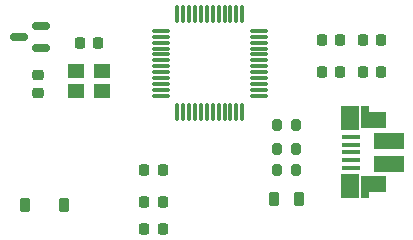
<source format=gbr>
%TF.GenerationSoftware,KiCad,Pcbnew,8.0.4+dfsg-1*%
%TF.CreationDate,2024-12-04T17:14:15+00:00*%
%TF.ProjectId,single-sided-radio-interface,73696e67-6c65-42d7-9369-6465642d7261,rev?*%
%TF.SameCoordinates,Original*%
%TF.FileFunction,Paste,Top*%
%TF.FilePolarity,Positive*%
%FSLAX46Y46*%
G04 Gerber Fmt 4.6, Leading zero omitted, Abs format (unit mm)*
G04 Created by KiCad (PCBNEW 8.0.4+dfsg-1) date 2024-12-04 17:14:15*
%MOMM*%
%LPD*%
G01*
G04 APERTURE LIST*
G04 Aperture macros list*
%AMRoundRect*
0 Rectangle with rounded corners*
0 $1 Rounding radius*
0 $2 $3 $4 $5 $6 $7 $8 $9 X,Y pos of 4 corners*
0 Add a 4 corners polygon primitive as box body*
4,1,4,$2,$3,$4,$5,$6,$7,$8,$9,$2,$3,0*
0 Add four circle primitives for the rounded corners*
1,1,$1+$1,$2,$3*
1,1,$1+$1,$4,$5*
1,1,$1+$1,$6,$7*
1,1,$1+$1,$8,$9*
0 Add four rect primitives between the rounded corners*
20,1,$1+$1,$2,$3,$4,$5,0*
20,1,$1+$1,$4,$5,$6,$7,0*
20,1,$1+$1,$6,$7,$8,$9,0*
20,1,$1+$1,$8,$9,$2,$3,0*%
G04 Aperture macros list end*
%ADD10R,1.400000X1.200000*%
%ADD11RoundRect,0.075000X-0.075000X0.662500X-0.075000X-0.662500X0.075000X-0.662500X0.075000X0.662500X0*%
%ADD12RoundRect,0.075000X-0.662500X0.075000X-0.662500X-0.075000X0.662500X-0.075000X0.662500X0.075000X0*%
%ADD13RoundRect,0.200000X-0.200000X-0.275000X0.200000X-0.275000X0.200000X0.275000X-0.200000X0.275000X0*%
%ADD14RoundRect,0.200000X0.200000X0.275000X-0.200000X0.275000X-0.200000X-0.275000X0.200000X-0.275000X0*%
%ADD15RoundRect,0.150000X0.587500X0.150000X-0.587500X0.150000X-0.587500X-0.150000X0.587500X-0.150000X0*%
%ADD16RoundRect,0.218750X-0.218750X-0.381250X0.218750X-0.381250X0.218750X0.381250X-0.218750X0.381250X0*%
%ADD17RoundRect,0.225000X-0.225000X-0.375000X0.225000X-0.375000X0.225000X0.375000X-0.225000X0.375000X0*%
%ADD18RoundRect,0.225000X-0.225000X-0.250000X0.225000X-0.250000X0.225000X0.250000X-0.225000X0.250000X0*%
%ADD19RoundRect,0.225000X0.225000X0.250000X-0.225000X0.250000X-0.225000X-0.250000X0.225000X-0.250000X0*%
%ADD20RoundRect,0.225000X0.250000X-0.225000X0.250000X0.225000X-0.250000X0.225000X-0.250000X-0.225000X0*%
%ADD21R,1.650000X0.400000*%
%ADD22R,0.700000X1.825000*%
%ADD23R,1.500000X2.000000*%
%ADD24R,2.000000X1.350000*%
%ADD25R,2.500000X1.430000*%
G04 APERTURE END LIST*
D10*
%TO.C,Y1*%
X84650000Y-65350000D03*
X86850000Y-65350000D03*
X86850000Y-63650000D03*
X84650000Y-63650000D03*
%TD*%
D11*
%TO.C,U1*%
X98750000Y-58837500D03*
X98250000Y-58837500D03*
X97750000Y-58837500D03*
X97250000Y-58837500D03*
X96750000Y-58837500D03*
X96250000Y-58837500D03*
X95750000Y-58837500D03*
X95250000Y-58837500D03*
X94750000Y-58837500D03*
X94250000Y-58837500D03*
X93750000Y-58837500D03*
X93250000Y-58837500D03*
D12*
X91837500Y-60250000D03*
X91837500Y-60750000D03*
X91837500Y-61250000D03*
X91837500Y-61750000D03*
X91837500Y-62250000D03*
X91837500Y-62750000D03*
X91837500Y-63250000D03*
X91837500Y-63750000D03*
X91837500Y-64250000D03*
X91837500Y-64750000D03*
X91837500Y-65250000D03*
X91837500Y-65750000D03*
D11*
X93250000Y-67162500D03*
X93750000Y-67162500D03*
X94250000Y-67162500D03*
X94750000Y-67162500D03*
X95250000Y-67162500D03*
X95750000Y-67162500D03*
X96250000Y-67162500D03*
X96750000Y-67162500D03*
X97250000Y-67162500D03*
X97750000Y-67162500D03*
X98250000Y-67162500D03*
X98750000Y-67162500D03*
D12*
X100162500Y-65750000D03*
X100162500Y-65250000D03*
X100162500Y-64750000D03*
X100162500Y-64250000D03*
X100162500Y-63750000D03*
X100162500Y-63250000D03*
X100162500Y-62750000D03*
X100162500Y-62250000D03*
X100162500Y-61750000D03*
X100162500Y-61250000D03*
X100162500Y-60750000D03*
X100162500Y-60250000D03*
%TD*%
D13*
%TO.C,R3*%
X101675000Y-68250000D03*
X103325000Y-68250000D03*
%TD*%
D14*
%TO.C,R2*%
X103325000Y-70250000D03*
X101675000Y-70250000D03*
%TD*%
D13*
%TO.C,R1*%
X101675000Y-72000000D03*
X103325000Y-72000000D03*
%TD*%
D15*
%TO.C,Q1*%
X81687500Y-61700000D03*
X81687500Y-59800000D03*
X79812500Y-60750000D03*
%TD*%
D16*
%TO.C,L1*%
X101437500Y-74500000D03*
X103562500Y-74500000D03*
%TD*%
D17*
%TO.C,D1*%
X80350000Y-75000000D03*
X83650000Y-75000000D03*
%TD*%
D18*
%TO.C,C9*%
X92025000Y-74750000D03*
X90475000Y-74750000D03*
%TD*%
%TO.C,C8*%
X90475000Y-72000000D03*
X92025000Y-72000000D03*
%TD*%
%TO.C,C7*%
X90475000Y-77000000D03*
X92025000Y-77000000D03*
%TD*%
D19*
%TO.C,C6*%
X110525000Y-63750000D03*
X108975000Y-63750000D03*
%TD*%
%TO.C,C5*%
X108975000Y-61000000D03*
X110525000Y-61000000D03*
%TD*%
D18*
%TO.C,C4*%
X107025000Y-61000000D03*
X105475000Y-61000000D03*
%TD*%
%TO.C,C3*%
X107025000Y-63750000D03*
X105475000Y-63750000D03*
%TD*%
%TO.C,C2*%
X84975000Y-61250000D03*
X86525000Y-61250000D03*
%TD*%
D20*
%TO.C,C1*%
X81500000Y-65525000D03*
X81500000Y-63975000D03*
%TD*%
D21*
%TO.C,J10*%
X107985000Y-71825000D03*
X107985000Y-71175000D03*
X107985000Y-70525000D03*
X107985000Y-69875000D03*
X107985000Y-69225000D03*
D22*
X109185000Y-73475000D03*
D23*
X107885000Y-73375000D03*
D24*
X109935000Y-73255000D03*
D25*
X111135000Y-71485000D03*
X111135000Y-69565000D03*
D24*
X109935000Y-67775000D03*
D23*
X107865000Y-67625000D03*
D22*
X109185000Y-67525000D03*
%TD*%
M02*

</source>
